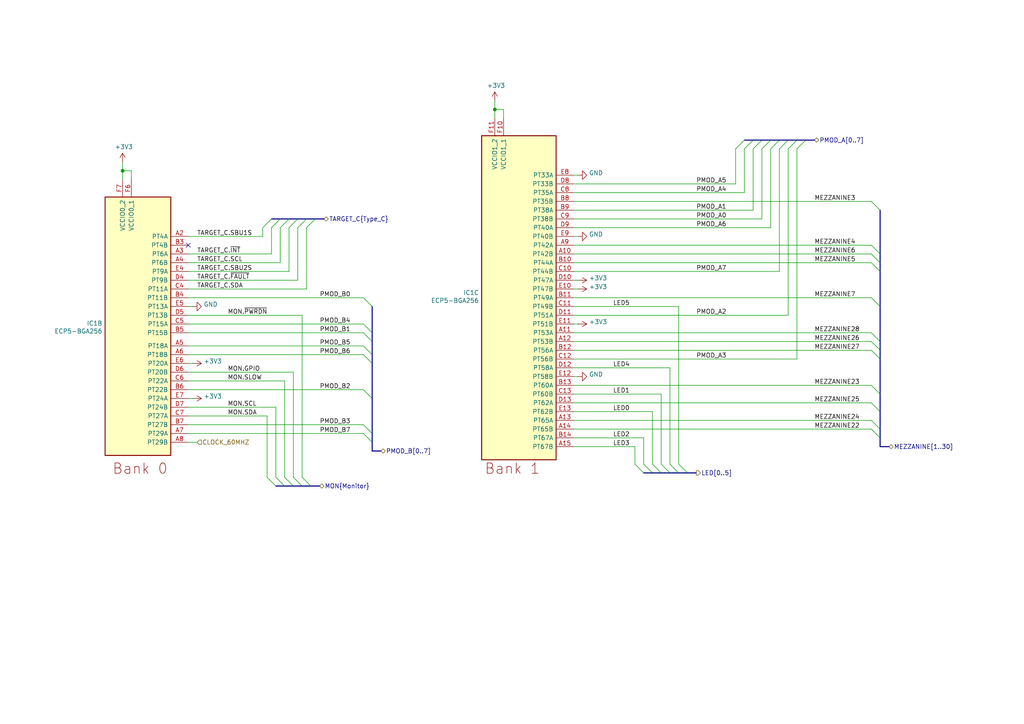
<source format=kicad_sch>
(kicad_sch (version 20231120) (generator "eeschema") (generator_version "8.0")
  (paper "A4")
  (title_block (title "Cynthion") (date "${DATE}") (rev "${VERSION}") (company "Copyright 2019-2023 Great Scott Gadgets") (comment 1 "Licensed under the CERN-OHL-P v2"))
  (lib_symbols
    (symbol "fpgas_and_processors:ECP5-BGA256" (pin_names (offset 0.762))
      (property "Reference" "IC" (at -2.54 1.27 0))
      (property "Value" "ECP5-BGA256" (at 10.16 1.27 0))
      (symbol "ECP5-BGA256_1_0"
        (rectangle (start 5.08 0) (end 33.02 -71.12) (stroke (width 0.3048)) (fill (type background)))
      )
      (symbol "ECP5-BGA256_1_1"
        (text "FPGA Supplies" (at 19.05 -76.2 0) (effects (font (size 2.9972 2.9972))))
        (pin power_in line (at 38.1 -2.54 180) (length 5.08) (name "GND_1") (number "A1"))
        (pin power_in line (at 38.1 -5.08 180) (length 5.08) (name "GND_2") (number "A16"))
        (pin power_in line (at 38.1 -10.16 180) (length 5.08) (name "GND_4") (number "D15"))
        (pin power_in line (at 38.1 -7.62 180) (length 5.08) (name "GND_3") (number "D2"))
        (pin power_in line (at 38.1 -12.7 180) (length 5.08) (name "GND_5") (number "F8"))
        (pin power_in line (at 38.1 -15.24 180) (length 5.08) (name "GND_6") (number "F9"))
        (pin power_in line (at 38.1 -20.32 180) (length 5.08) (name "GND_8") (number "G10"))
        (pin power_in line (at 0 -66.04 0) (length 5.08) (name "VCCAUX_1") (number "G11"))
        (pin power_in line (at 0 -2.54 0) (length 5.08) (name "VCC_1") (number "G6"))
        (pin power_in line (at 0 -5.08 0) (length 5.08) (name "VCC_2") (number "G7"))
        (pin power_in line (at 38.1 -17.78 180) (length 5.08) (name "GND_7") (number "G8"))
        (pin power_in line (at 0 -7.62 0) (length 5.08) (name "VCC_3") (number "G9"))
        (pin power_in line (at 38.1 -22.86 180) (length 5.08) (name "GND_9") (number "H1"))
        (pin power_in line (at 38.1 -30.48 180) (length 5.08) (name "GND_12") (number "H10"))
        (pin power_in line (at 38.1 -33.02 180) (length 5.08) (name "GND_13") (number "H16"))
        (pin power_in line (at 38.1 -25.4 180) (length 5.08) (name "GND_10") (number "H8"))
        (pin power_in line (at 38.1 -27.94 180) (length 5.08) (name "GND_11") (number "H9"))
        (pin power_in line (at 38.1 -40.64 180) (length 5.08) (name "GND_16") (number "J10"))
        (pin power_in line (at 38.1 -35.56 180) (length 5.08) (name "GND_14") (number "J8"))
        (pin power_in line (at 38.1 -38.1 180) (length 5.08) (name "GND_15") (number "J9"))
        (pin power_in line (at 38.1 -53.34 180) (length 5.08) (name "GND_21") (number "K10"))
        (pin power_in line (at 38.1 -43.18 180) (length 5.08) (name "GND_17") (number "K6"))
        (pin power_in line (at 38.1 -45.72 180) (length 5.08) (name "GND_18") (number "K7"))
        (pin power_in line (at 38.1 -48.26 180) (length 5.08) (name "GND_19") (number "K8"))
        (pin power_in line (at 38.1 -50.8 180) (length 5.08) (name "GND_20") (number "K9"))
        (pin power_in line (at 0 -15.24 0) (length 5.08) (name "VCC_6") (number "L10"))
        (pin power_in line (at 0 -68.58 0) (length 5.08) (name "VCCAUX_2") (number "L7"))
        (pin power_in line (at 0 -10.16 0) (length 5.08) (name "VCC_4") (number "L8"))
        (pin power_in line (at 0 -12.7 0) (length 5.08) (name "VCC_5") (number "L9"))
        (pin power_in line (at 38.1 -58.42 180) (length 5.08) (name "GND_23") (number "N15"))
        (pin power_in line (at 38.1 -55.88 180) (length 5.08) (name "GND_22") (number "N2"))
        (pin power_in line (at 38.1 -60.96 180) (length 5.08) (name "GND_24") (number "T1"))
        (pin power_in line (at 38.1 -66.04 180) (length 5.08) (name "GND_26") (number "T12"))
        (pin power_in line (at 38.1 -68.58 180) (length 5.08) (name "GND_27") (number "T16"))
        (pin power_in line (at 38.1 -63.5 180) (length 5.08) (name "GND_25") (number "T5"))
      )
      (symbol "ECP5-BGA256_2_1"
        (rectangle (start 0 0) (end 19.05 -74.93) (stroke (width 0.3048)) (fill (type background)))
        (text "Bank 0" (at 10.16 -78.74 0) (effects (font (size 2.9972 2.9972))))
        (pin bidirectional line (at 24.13 -11.43 180) (length 5.08) (name "PT4A") (number "A2"))
        (pin bidirectional line (at 24.13 -16.51 180) (length 5.08) (name "PT6A") (number "A3"))
        (pin bidirectional line (at 24.13 -19.05 180) (length 5.08) (name "PT6B") (number "A4"))
        (pin bidirectional line (at 24.13 -43.18 180) (length 5.08) (name "PT18A") (number "A5"))
        (pin bidirectional line (at 24.13 -45.72 180) (length 5.08) (name "PT18B") (number "A6"))
        (pin bidirectional line (at 24.13 -68.58 180) (length 5.08) (name "PT29A") (number "A7"))
        (pin bidirectional line (at 24.13 -71.12 180) (length 5.08) (name "PT29B") (number "A8"))
        (pin bidirectional line (at 24.13 -13.97 180) (length 5.08) (name "PT4B") (number "B3"))
        (pin bidirectional line (at 24.13 -29.21 180) (length 5.08) (name "PT11B") (number "B4"))
        (pin bidirectional line (at 24.13 -39.37 180) (length 5.08) (name "PT15B") (number "B5"))
        (pin bidirectional line (at 24.13 -55.88 180) (length 5.08) (name "PT22B") (number "B6"))
        (pin bidirectional line (at 24.13 -66.04 180) (length 5.08) (name "PT27B") (number "B7"))
        (pin bidirectional line (at 24.13 -26.67 180) (length 5.08) (name "PT11A") (number "C4"))
        (pin bidirectional line (at 24.13 -36.83 180) (length 5.08) (name "PT15A") (number "C5"))
        (pin bidirectional line (at 24.13 -53.34 180) (length 5.08) (name "PT22A") (number "C6"))
        (pin bidirectional line (at 24.13 -63.5 180) (length 5.08) (name "PT27A") (number "C7"))
        (pin bidirectional line (at 24.13 -24.13 180) (length 5.08) (name "PT9B") (number "D4"))
        (pin bidirectional line (at 24.13 -34.29 180) (length 5.08) (name "PT13B") (number "D5"))
        (pin bidirectional line (at 24.13 -50.8 180) (length 5.08) (name "PT20B") (number "D6"))
        (pin bidirectional line (at 24.13 -60.96 180) (length 5.08) (name "PT24B") (number "D7"))
        (pin bidirectional line (at 24.13 -21.59 180) (length 5.08) (name "PT9A") (number "E4"))
        (pin bidirectional line (at 24.13 -31.75 180) (length 5.08) (name "PT13A") (number "E5"))
        (pin bidirectional line (at 24.13 -48.26 180) (length 5.08) (name "PT20A") (number "E6"))
        (pin bidirectional line (at 24.13 -58.42 180) (length 5.08) (name "PT24A") (number "E7"))
        (pin power_in line (at 7.62 5.08 270) (length 5.08) (name "VCCIO0_1") (number "F6"))
        (pin power_in line (at 5.08 5.08 270) (length 5.08) (name "VCCIO0_2") (number "F7"))
      )
      (symbol "ECP5-BGA256_3_0"
        (rectangle (start 0 0) (end 21.59 -93.98) (stroke (width 0.3048)) (fill (type background)))
      )
      (symbol "ECP5-BGA256_3_1"
        (text "Bank 1" (at 8.89 -96.52 0) (effects (font (size 2.9972 2.9972))))
        (pin bidirectional line (at 26.67 -34.29 180) (length 5.08) (name "PT42B") (number "A10"))
        (pin bidirectional line (at 26.67 -57.15 180) (length 5.08) (name "PT53A") (number "A11"))
        (pin bidirectional line (at 26.67 -59.69 180) (length 5.08) (name "PT53B") (number "A12"))
        (pin bidirectional line (at 26.67 -82.55 180) (length 5.08) (name "PT65A") (number "A13"))
        (pin bidirectional line (at 26.67 -85.09 180) (length 5.08) (name "PT65B") (number "A14"))
        (pin bidirectional line (at 26.67 -90.17 180) (length 5.08) (name "PT67B") (number "A15"))
        (pin bidirectional line (at 26.67 -31.75 180) (length 5.08) (name "PT42A") (number "A9"))
        (pin bidirectional line (at 26.67 -36.83 180) (length 5.08) (name "PT44A") (number "B10"))
        (pin bidirectional line (at 26.67 -46.99 180) (length 5.08) (name "PT49A") (number "B11"))
        (pin bidirectional line (at 26.67 -62.23 180) (length 5.08) (name "PT56A") (number "B12"))
        (pin bidirectional line (at 26.67 -72.39 180) (length 5.08) (name "PT60A") (number "B13"))
        (pin bidirectional line (at 26.67 -87.63 180) (length 5.08) (name "PT67A") (number "B14"))
        (pin bidirectional line (at 26.67 -19.05 180) (length 5.08) (name "PT35B") (number "B8"))
        (pin bidirectional line (at 26.67 -21.59 180) (length 5.08) (name "PT38A") (number "B9"))
        (pin bidirectional line (at 26.67 -39.37 180) (length 5.08) (name "PT44B") (number "C10"))
        (pin bidirectional line (at 26.67 -49.53 180) (length 5.08) (name "PT49B") (number "C11"))
        (pin bidirectional line (at 26.67 -64.77 180) (length 5.08) (name "PT56B") (number "C12"))
        (pin bidirectional line (at 26.67 -74.93 180) (length 5.08) (name "PT60B") (number "C13"))
        (pin bidirectional line (at 26.67 -16.51 180) (length 5.08) (name "PT35A") (number "C8"))
        (pin bidirectional line (at 26.67 -24.13 180) (length 5.08) (name "PT38B") (number "C9"))
        (pin bidirectional line (at 26.67 -41.91 180) (length 5.08) (name "PT47A") (number "D10"))
        (pin bidirectional line (at 26.67 -52.07 180) (length 5.08) (name "PT51A") (number "D11"))
        (pin bidirectional line (at 26.67 -67.31 180) (length 5.08) (name "PT58A") (number "D12"))
        (pin bidirectional line (at 26.67 -77.47 180) (length 5.08) (name "PT62A") (number "D13"))
        (pin bidirectional line (at 26.67 -13.97 180) (length 5.08) (name "PT33B") (number "D8"))
        (pin bidirectional line (at 26.67 -26.67 180) (length 5.08) (name "PT40A") (number "D9"))
        (pin bidirectional line (at 26.67 -44.45 180) (length 5.08) (name "PT47B") (number "E10"))
        (pin bidirectional line (at 26.67 -54.61 180) (length 5.08) (name "PT51B") (number "E11"))
        (pin bidirectional line (at 26.67 -69.85 180) (length 5.08) (name "PT58B") (number "E12"))
        (pin bidirectional line (at 26.67 -80.01 180) (length 5.08) (name "PT62B") (number "E13"))
        (pin bidirectional line (at 26.67 -11.43 180) (length 5.08) (name "PT33A") (number "E8"))
        (pin bidirectional line (at 26.67 -29.21 180) (length 5.08) (name "PT40B") (number "E9"))
        (pin power_in line (at 6.35 5.08 270) (length 5.08) (name "VCCIO1_1") (number "F10"))
        (pin power_in line (at 3.81 5.08 270) (length 5.08) (name "VCCIO1_2") (number "F11"))
      )
      (symbol "ECP5-BGA256_4_1"
        (rectangle (start 0 0) (end 19.05 -93.98) (stroke (width 0.3048)) (fill (type background)))
        (text "Bank 2" (at 10.16 -97.79 0) (effects (font (size 2.9972 2.9972))))
        (pin bidirectional line (at 24.13 -13.97 180) (length 5.08) (name "PR2B") (number "B15"))
        (pin bidirectional line (at 24.13 -11.43 180) (length 5.08) (name "PR2A") (number "B16"))
        (pin bidirectional line (at 24.13 -16.51 180) (length 5.08) (name "PR2C") (number "C14"))
        (pin bidirectional line (at 24.13 -24.13 180) (length 5.08) (name "PR5B") (number "C15"))
        (pin bidirectional line (at 24.13 -21.59 180) (length 5.08) (name "PR5A") (number "C16"))
        (pin bidirectional line (at 24.13 -19.05 180) (length 5.08) (name "PR2D") (number "D14"))
        (pin bidirectional line (at 24.13 -31.75 180) (length 5.08) (name "PR8A") (number "D16"))
        (pin bidirectional line (at 24.13 -26.67 180) (length 5.08) (name "PR5C") (number "E14"))
        (pin bidirectional line (at 24.13 -34.29 180) (length 5.08) (name "PR8B") (number "E15"))
        (pin bidirectional line (at 24.13 -49.53 180) (length 5.08) (name "PR11D") (number "E16"))
        (pin bidirectional line (at 24.13 -39.37 180) (length 5.08) (name "PR8D") (number "F12"))
        (pin bidirectional line (at 24.13 -36.83 180) (length 5.08) (name "PR8C") (number "F13"))
        (pin bidirectional line (at 24.13 -29.21 180) (length 5.08) (name "PR5D") (number "F14"))
        (pin bidirectional line (at 24.13 -46.99 180) (length 5.08) (name "PR11C") (number "F15"))
        (pin bidirectional line (at 24.13 -52.07 180) (length 5.08) (name "PR14A") (number "F16"))
        (pin bidirectional line (at 24.13 -41.91 180) (length 5.08) (name "PR11A") (number "G12"))
        (pin bidirectional line (at 24.13 -44.45 180) (length 5.08) (name "PR11B") (number "G13"))
        (pin bidirectional line (at 24.13 -57.15 180) (length 5.08) (name "PR14C") (number "G14"))
        (pin bidirectional line (at 24.13 -54.61 180) (length 5.08) (name "PR14B") (number "G15"))
        (pin bidirectional line (at 24.13 -72.39 180) (length 5.08) (name "PR20A") (number "G16"))
        (pin power_in line (at 3.81 5.08 270) (length 5.08) (name "VCCIO2_1") (number "H11"))
        (pin bidirectional line (at 24.13 -62.23 180) (length 5.08) (name "PR17A") (number "H12"))
        (pin bidirectional line (at 24.13 -64.77 180) (length 5.08) (name "PR17B") (number "H13"))
        (pin bidirectional line (at 24.13 -59.69 180) (length 5.08) (name "PR14D") (number "H14"))
        (pin bidirectional line (at 24.13 -74.93 180) (length 5.08) (name "PR20B") (number "H15"))
        (pin power_in line (at 6.35 5.08 270) (length 5.08) (name "VCCIO2_2") (number "J11"))
        (pin bidirectional line (at 24.13 -69.85 180) (length 5.08) (name "PR17D") (number "J12"))
        (pin bidirectional line (at 24.13 -67.31 180) (length 5.08) (name "PR17C") (number "J13"))
        (pin bidirectional line (at 24.13 -77.47 180) (length 5.08) (name "PR20C") (number "J14"))
        (pin bidirectional line (at 24.13 -85.09 180) (length 5.08) (name "PR23B") (number "J15"))
        (pin bidirectional line (at 24.13 -82.55 180) (length 5.08) (name "PR23A") (number "J16"))
        (pin bidirectional line (at 24.13 -80.01 180) (length 5.08) (name "PR20D") (number "K14"))
        (pin bidirectional line (at 24.13 -90.17 180) (length 5.08) (name "PR23D") (number "K15"))
        (pin bidirectional line (at 24.13 -87.63 180) (length 5.08) (name "PR23C") (number "K16"))
      )
      (symbol "ECP5-BGA256_5_0"
        (rectangle (start 0 0) (end 20.32 -91.44) (stroke (width 0.3048)) (fill (type background)))
      )
      (symbol "ECP5-BGA256_5_1"
        (text "Bank 3" (at 15.24 -96.52 0) (effects (font (size 2.9972 2.9972))))
        (pin power_in line (at 3.81 5.08 270) (length 5.08) (name "VCCIO3_1") (number "K11"))
        (pin bidirectional line (at 25.4 -22.86 180) (length 5.08) (name "PR29B") (number "K12"))
        (pin bidirectional line (at 25.4 -20.32 180) (length 5.08) (name "PR29A") (number "K13"))
        (pin power_in line (at 6.35 5.08 270) (length 5.08) (name "VCCIO3_2") (number "L11"))
        (pin bidirectional line (at 25.4 -27.94 180) (length 5.08) (name "PR29D") (number "L12"))
        (pin bidirectional line (at 25.4 -25.4 180) (length 5.08) (name "PR29C") (number "L13"))
        (pin bidirectional line (at 25.4 -35.56 180) (length 5.08) (name "PR32C") (number "L14"))
        (pin bidirectional line (at 25.4 -12.7 180) (length 5.08) (name "PR26B") (number "L15"))
        (pin bidirectional line (at 25.4 -10.16 180) (length 5.08) (name "PR26A") (number "L16"))
        (pin bidirectional line (at 25.4 -81.28 180) (length 5.08) (name "PR47A") (number "M11"))
        (pin bidirectional line (at 25.4 -76.2 180) (length 5.08) (name "PR44C") (number "M12"))
        (pin bidirectional line (at 25.4 -45.72 180) (length 5.08) (name "PR35C") (number "M13"))
        (pin bidirectional line (at 25.4 -38.1 180) (length 5.08) (name "PR32D") (number "M14"))
        (pin bidirectional line (at 25.4 -17.78 180) (length 5.08) (name "PR26D") (number "M15"))
        (pin bidirectional line (at 25.4 -15.24 180) (length 5.08) (name "PR26C") (number "M16"))
        (pin bidirectional line (at 25.4 -83.82 180) (length 5.08) (name "PR47B") (number "N11"))
        (pin bidirectional line (at 25.4 -78.74 180) (length 5.08) (name "PR44D") (number "N12"))
        (pin bidirectional line (at 25.4 -50.8 180) (length 5.08) (name "PR38A") (number "N13"))
        (pin bidirectional line (at 25.4 -48.26 180) (length 5.08) (name "PR35D") (number "N14"))
        (pin bidirectional line (at 25.4 -30.48 180) (length 5.08) (name "PR32A") (number "N16"))
        (pin bidirectional line (at 25.4 -86.36 180) (length 5.08) (name "PR47C") (number "P11"))
        (pin bidirectional line (at 25.4 -88.9 180) (length 5.08) (name "PR47D") (number "P12"))
        (pin bidirectional line (at 25.4 -60.96 180) (length 5.08) (name "PR41A") (number "P13"))
        (pin bidirectional line (at 25.4 -53.34 180) (length 5.08) (name "PR38B") (number "P14"))
        (pin bidirectional line (at 25.4 -33.02 180) (length 5.08) (name "PR32B") (number "P15"))
        (pin bidirectional line (at 25.4 -40.64 180) (length 5.08) (name "PR35A") (number "P16"))
        (pin bidirectional line (at 25.4 -71.12 180) (length 5.08) (name "PR44A") (number "R12"))
        (pin bidirectional line (at 25.4 -66.04 180) (length 5.08) (name "PR41C") (number "R13"))
        (pin bidirectional line (at 25.4 -63.5 180) (length 5.08) (name "PR41B") (number "R14"))
        (pin bidirectional line (at 25.4 -55.88 180) (length 5.08) (name "PR38C") (number "R15"))
        (pin bidirectional line (at 25.4 -43.18 180) (length 5.08) (name "PR35B") (number "R16"))
        (pin bidirectional line (at 25.4 -73.66 180) (length 5.08) (name "PR44B") (number "T13"))
        (pin bidirectional line (at 25.4 -68.58 180) (length 5.08) (name "PR41D") (number "T14"))
        (pin bidirectional line (at 25.4 -58.42 180) (length 5.08) (name "PR38D") (number "T15"))
      )
      (symbol "ECP5-BGA256_6_1"
        (rectangle (start 0 0) (end 19.05 -106.68) (stroke (width 0.3048)) (fill (type background)))
        (text "Bank 6" (at 11.43 -110.49 0) (effects (font (size 2.9972 2.9972))))
        (pin power_in line (at 3.81 5.08 270) (length 5.08) (name "VCCIO6_1") (number "J6"))
        (pin power_in line (at 6.35 5.08 270) (length 5.08) (name "VCCIO6_2") (number "J7"))
        (pin bidirectional line (at 24.13 -25.4 180) (length 5.08) (name "PL29A") (number "K4"))
        (pin bidirectional line (at 24.13 -27.94 180) (length 5.08) (name "PL29B") (number "K5"))
        (pin bidirectional line (at 24.13 -13.97 180) (length 5.08) (name "PL26A") (number "L1"))
        (pin bidirectional line (at 24.13 -16.51 180) (length 5.08) (name "PL26B") (number "L2"))
        (pin bidirectional line (at 24.13 -41.91 180) (length 5.08) (name "PL32C") (number "L3"))
        (pin bidirectional line (at 24.13 -30.48 180) (length 5.08) (name "PL29C") (number "L4"))
        (pin bidirectional line (at 24.13 -33.02 180) (length 5.08) (name "PL29D") (number "L5"))
        (pin bidirectional line (at 24.13 -19.05 180) (length 5.08) (name "PL26C") (number "M1"))
        (pin bidirectional line (at 24.13 -21.59 180) (length 5.08) (name "PL26D") (number "M2"))
        (pin bidirectional line (at 24.13 -44.45 180) (length 5.08) (name "PL32D") (number "M3"))
        (pin bidirectional line (at 24.13 -53.34 180) (length 5.08) (name "PL35C") (number "M4"))
        (pin bidirectional line (at 24.13 -78.74 180) (length 5.08) (name "PL44C") (number "M5"))
        (pin bidirectional line (at 24.13 -96.52 180) (length 5.08) (name "PL47A") (number "M6"))
        (pin bidirectional line (at 24.13 -36.83 180) (length 5.08) (name "PL32A") (number "N1"))
        (pin bidirectional line (at 24.13 -55.88 180) (length 5.08) (name "PL35D") (number "N3"))
        (pin bidirectional line (at 24.13 -60.96 180) (length 5.08) (name "PL38A") (number "N4"))
        (pin bidirectional line (at 24.13 -81.28 180) (length 5.08) (name "PL44D") (number "N5"))
        (pin bidirectional line (at 24.13 -99.06 180) (length 5.08) (name "PL47B") (number "N6"))
        (pin bidirectional line (at 24.13 -48.26 180) (length 5.08) (name "PL35A") (number "P1"))
        (pin bidirectional line (at 24.13 -39.37 180) (length 5.08) (name "PL32B") (number "P2"))
        (pin bidirectional line (at 24.13 -63.5 180) (length 5.08) (name "PL38B") (number "P3"))
        (pin bidirectional line (at 24.13 -85.09 180) (length 5.08) (name "PL41A") (number "P4"))
        (pin bidirectional line (at 24.13 -101.6 180) (length 5.08) (name "PL47D") (number "P5"))
        (pin bidirectional line (at 24.13 -104.14 180) (length 5.08) (name "PL47C") (number "P6"))
        (pin bidirectional line (at 24.13 -50.8 180) (length 5.08) (name "PL35B") (number "R1"))
        (pin bidirectional line (at 24.13 -66.04 180) (length 5.08) (name "PL38C") (number "R2"))
        (pin bidirectional line (at 24.13 -87.63 180) (length 5.08) (name "PL41B") (number "R3"))
        (pin bidirectional line (at 24.13 -90.17 180) (length 5.08) (name "PL41C") (number "R4"))
        (pin bidirectional line (at 24.13 -73.66 180) (length 5.08) (name "PL44A") (number "R5"))
        (pin bidirectional line (at 24.13 -68.58 180) (length 5.08) (name "PL38D") (number "T2"))
        (pin bidirectional line (at 24.13 -92.71 180) (length 5.08) (name "PL41D") (number "T3"))
        (pin bidirectional line (at 24.13 -76.2 180) (length 5.08) (name "PL44B") (number "T4"))
      )
      (symbol "ECP5-BGA256_7_1"
        (rectangle (start 0 0) (end 20.32 -109.22) (stroke (width 0.3048)) (fill (type background)))
        (text "Bank 7" (at 12.7 -113.03 0) (effects (font (size 2.9972 2.9972))))
        (pin bidirectional line (at 25.4 -10.16 180) (length 5.08) (name "PL2A") (number "B1"))
        (pin bidirectional line (at 25.4 -12.7 180) (length 5.08) (name "PL2B") (number "B2"))
        (pin bidirectional line (at 25.4 -22.86 180) (length 5.08) (name "PL5A") (number "C1"))
        (pin bidirectional line (at 25.4 -25.4 180) (length 5.08) (name "PL5B") (number "C2"))
        (pin bidirectional line (at 25.4 -15.24 180) (length 5.08) (name "PL2C") (number "C3"))
        (pin bidirectional line (at 25.4 -35.56 180) (length 5.08) (name "PL8A") (number "D1"))
        (pin bidirectional line (at 25.4 -17.78 180) (length 5.08) (name "PL2D") (number "D3"))
        (pin bidirectional line (at 25.4 -54.61 180) (length 5.08) (name "PL11D") (number "E1"))
        (pin bidirectional line (at 25.4 -38.1 180) (length 5.08) (name "PL8B") (number "E2"))
        (pin bidirectional line (at 25.4 -27.94 180) (length 5.08) (name "PL5C") (number "E3"))
        (pin bidirectional line (at 25.4 -59.69 180) (length 5.08) (name "PL14A") (number "F1"))
        (pin bidirectional line (at 25.4 -52.07 180) (length 5.08) (name "PL11C") (number "F2"))
        (pin bidirectional line (at 25.4 -30.48 180) (length 5.08) (name "PL5D") (number "F3"))
        (pin bidirectional line (at 25.4 -40.64 180) (length 5.08) (name "PL8C") (number "F4"))
        (pin bidirectional line (at 25.4 -43.18 180) (length 5.08) (name "PL8D") (number "F5"))
        (pin bidirectional line (at 25.4 -82.55 180) (length 5.08) (name "PL20A") (number "G1"))
        (pin bidirectional line (at 25.4 -62.23 180) (length 5.08) (name "PL14B") (number "G2"))
        (pin bidirectional line (at 25.4 -64.77 180) (length 5.08) (name "PL14C") (number "G3"))
        (pin bidirectional line (at 25.4 -49.53 180) (length 5.08) (name "PL11B") (number "G4"))
        (pin bidirectional line (at 25.4 -46.99 180) (length 5.08) (name "PL11A") (number "G5"))
        (pin bidirectional line (at 25.4 -85.09 180) (length 5.08) (name "PL20B") (number "H2"))
        (pin bidirectional line (at 25.4 -67.31 180) (length 5.08) (name "PL14D") (number "H3"))
        (pin bidirectional line (at 25.4 -73.66 180) (length 5.08) (name "PL17B") (number "H4"))
        (pin bidirectional line (at 25.4 -71.12 180) (length 5.08) (name "PL17A") (number "H5"))
        (pin power_in line (at 7.62 5.08 270) (length 5.08) (name "VCCIO7_1") (number "H6"))
        (pin power_in line (at 5.08 5.08 270) (length 5.08) (name "VCCIO7_2") (number "H7"))
        (pin bidirectional line (at 25.4 -95.25 180) (length 5.08) (name "PL23A") (number "J1"))
        (pin bidirectional line (at 25.4 -97.79 180) (length 5.08) (name "PL23B") (number "J2"))
        (pin bidirectional line (at 25.4 -87.63 180) (length 5.08) (name "PL20C") (number "J3"))
        (pin bidirectional line (at 25.4 -76.2 180) (length 5.08) (name "PL17C") (number "J4"))
        (pin bidirectional line (at 25.4 -78.74 180) (length 5.08) (name "PL17D") (number "J5"))
        (pin bidirectional line (at 25.4 -100.33 180) (length 5.08) (name "PL23C") (number "K1"))
        (pin bidirectional line (at 25.4 -102.87 180) (length 5.08) (name "PL23D") (number "K2"))
        (pin bidirectional line (at 25.4 -90.17 180) (length 5.08) (name "PL20D") (number "K3"))
      )
      (symbol "ECP5-BGA256_8_0"
        (text "(Config)" (at 13.97 -97.79 0) (effects (font (size 2.9972 2.9972))))
        (text "Bank 8" (at 13.97 -92.71 0) (effects (font (size 2.9972 2.9972))))
      )
      (symbol "ECP5-BGA256_8_1"
        (rectangle (start 0 0) (end 21.59 -88.9) (stroke (width 0.3048)) (fill (type background)))
        (pin power_in line (at 5.08 5.08 270) (length 5.08) (name "VCCIO8") (number "L6"))
        (pin output line (at 26.67 -57.15 180) (length 5.08) (name "TDO") (number "M10"))
        (pin bidirectional line (at 26.67 -24.13 180) (length 5.08) (name "D2/PB9B") (number "M7"))
        (pin bidirectional line (at 26.67 -39.37 180) (length 5.08) (name "DOUT/CSON/PB15B") (number "M8"))
        (pin bidirectional line (at 26.67 -41.91 180) (length 5.08) (name "WRITEEN/PB18A") (number "M9"))
        (pin input line (at 26.67 -68.58 180) (length 5.08) (name "CFG_0") (number "N10"))
        (pin bidirectional line (at 26.67 -21.59 180) (length 5.08) (name "D3/PB9A") (number "N7"))
        (pin bidirectional line (at 26.67 -36.83 180) (length 5.08) (name "HOLDN/DI/PB15A") (number "N8"))
        (pin bidirectional line (at 26.67 -63.5 180) (length 5.08) (name "MCLK/SCLK/CCLK") (number "N9"))
        (pin input line (at 26.67 -71.12 180) (length 5.08) (name "CFG_1") (number "P10"))
        (pin bidirectional line (at 26.67 -19.05 180) (length 5.08) (name "D4/PICO2/PB6B") (number "P7"))
        (pin bidirectional line (at 26.67 -34.29 180) (length 5.08) (name "CS1N/PB13B") (number "P8"))
        (pin bidirectional line (at 26.67 -80.01 180) (length 5.08) (name "DONE") (number "P9"))
        (pin input line (at 26.67 -73.66 180) (length 5.08) (name "CFG_2") (number "R10"))
        (pin input line (at 26.67 -54.61 180) (length 5.08) (name "TDI") (number "R11"))
        (pin bidirectional line (at 26.67 -13.97 180) (length 5.08) (name "D6/PB4B") (number "R6"))
        (pin bidirectional line (at 26.67 -16.51 180) (length 5.08) (name "D5/POCI2/PB6A") (number "R7"))
        (pin bidirectional line (at 26.67 -31.75 180) (length 5.08) (name "SN/CSN/PB13A") (number "R8"))
        (pin bidirectional line (at 26.67 -85.09 180) (length 5.08) (name "PROGRAMN") (number "R9"))
        (pin input line (at 26.67 -52.07 180) (length 5.08) (name "TCK") (number "T10"))
        (pin input line (at 26.67 -49.53 180) (length 5.08) (name "TMS") (number "T11"))
        (pin bidirectional line (at 26.67 -11.43 180) (length 5.08) (name "D7/PB4A") (number "T6"))
        (pin bidirectional line (at 26.67 -26.67 180) (length 5.08) (name "D1/POCI/PB11A") (number "T7"))
        (pin bidirectional line (at 26.67 -29.21 180) (length 5.08) (name "D0/PICO/PB11B") (number "T8"))
        (pin bidirectional line (at 26.67 -82.55 180) (length 5.08) (name "INITN") (number "T9"))
      )
    )
    (symbol "power:+3V3" (power) (pin_names (offset 0))
      (property "Value" "+3V3" (at 0 3.556 0))
      (symbol "+3V3_0_1"
        (polyline (pts (xy -0.762 1.27) (xy 0 2.54)))
        (polyline (pts (xy 0 0) (xy 0 2.54)))
        (polyline (pts (xy 0 2.54) (xy 0.762 1.27)))
      )
      (symbol "+3V3_1_1"
        (pin power_in line (at 0 0 90) (length 0) hide (name "+3V3") (number "1"))
      )
    )
    (symbol "power:GND" (power) (pin_names (offset 0))
      (property "Value" "GND" (at 0 -3.81 0))
      (symbol "GND_0_1"
        (polyline (pts (xy 0 0) (xy 0 -1.27) (xy 1.27 -1.27) (xy 0 -2.54) (xy -1.27 -1.27) (xy 0 -1.27)))
      )
      (symbol "GND_1_1"
        (pin power_in line (at 0 0 270) (length 0) hide (name "GND") (number "1"))
      )
    )
  )
  (junction (at 35.56 49.53))
  (junction (at 143.51 31.75))
  (no_connect (at 54.61 71.12))
  (bus_entry (at 91.44 63.5) (size -2.54 2.54))
  (bus_entry (at 88.9 63.5) (size -2.54 2.54))
  (bus_entry (at 231.14 40.64) (size -2.54 2.54))
  (bus_entry (at 255.27 99.06) (size -2.54 -2.54))
  (bus_entry (at 255.27 60.96) (size -2.54 -2.54))
  (bus_entry (at 186.69 137.16) (size -2.54 -2.54))
  (bus_entry (at 83.82 63.5) (size -2.54 2.54))
  (bus_entry (at 78.74 63.5) (size -2.54 2.54))
  (bus_entry (at 105.41 100.33) (size 2.54 2.54))
  (bus_entry (at 105.41 102.87) (size 2.54 2.54))
  (bus_entry (at 105.41 93.98) (size 2.54 2.54))
  (bus_entry (at 196.85 137.16) (size -2.54 -2.54))
  (bus_entry (at 255.27 76.2) (size -2.54 -2.54))
  (bus_entry (at 255.27 88.9) (size -2.54 -2.54))
  (bus_entry (at 255.27 104.14) (size -2.54 -2.54))
  (bus_entry (at 189.23 137.16) (size -2.54 -2.54))
  (bus_entry (at 233.68 40.64) (size -2.54 2.54))
  (bus_entry (at 226.06 40.64) (size -2.54 2.54))
  (bus_entry (at 90.17 140.97) (size -2.54 -2.54))
  (bus_entry (at 215.9 40.64) (size -2.54 2.54))
  (bus_entry (at 80.01 140.97) (size -2.54 -2.54))
  (bus_entry (at 105.41 125.73) (size 2.54 2.54))
  (bus_entry (at 86.36 63.5) (size -2.54 2.54))
  (bus_entry (at 105.41 96.52) (size 2.54 2.54))
  (bus_entry (at 199.39 137.16) (size -2.54 -2.54))
  (bus_entry (at 220.98 40.64) (size -2.54 2.54))
  (bus_entry (at 255.27 114.3) (size -2.54 -2.54))
  (bus_entry (at 194.31 137.16) (size -2.54 -2.54))
  (bus_entry (at 255.27 73.66) (size -2.54 -2.54))
  (bus_entry (at 105.41 113.03) (size 2.54 2.54))
  (bus_entry (at 81.28 63.5) (size -2.54 2.54))
  (bus_entry (at 85.09 140.97) (size -2.54 -2.54))
  (bus_entry (at 255.27 124.46) (size -2.54 -2.54))
  (bus_entry (at 87.63 140.97) (size -2.54 -2.54))
  (bus_entry (at 105.41 86.36) (size 2.54 2.54))
  (bus_entry (at 255.27 127) (size -2.54 -2.54))
  (bus_entry (at 105.41 123.19) (size 2.54 2.54))
  (bus_entry (at 255.27 101.6) (size -2.54 -2.54))
  (bus_entry (at 191.77 137.16) (size -2.54 -2.54))
  (bus_entry (at 255.27 78.74) (size -2.54 -2.54))
  (bus_entry (at 218.44 40.64) (size -2.54 2.54))
  (bus_entry (at 255.27 119.38) (size -2.54 -2.54))
  (bus_entry (at 228.6 40.64) (size -2.54 2.54))
  (bus_entry (at 223.52 40.64) (size -2.54 2.54))
  (bus_entry (at 82.55 140.97) (size -2.54 -2.54))
  (bus (pts (xy 255.27 101.6) (xy 255.27 104.14)))
  (wire (pts (xy 228.6 43.18) (xy 228.6 91.44)))
  (wire (pts (xy 35.56 52.07) (xy 35.56 49.53)))
  (wire (pts (xy 166.37 50.8) (xy 167.64 50.8)))
  (wire (pts (xy 54.61 107.95) (xy 85.09 107.95)))
  (wire (pts (xy 166.37 76.2) (xy 252.73 76.2)))
  (bus (pts (xy 186.69 137.16) (xy 189.23 137.16)))
  (wire (pts (xy 166.37 101.6) (xy 252.73 101.6)))
  (wire (pts (xy 167.64 83.82) (xy 166.37 83.82)))
  (wire (pts (xy 54.61 78.74) (xy 83.82 78.74)))
  (bus (pts (xy 107.95 125.73) (xy 107.95 128.27)))
  (bus (pts (xy 107.95 96.52) (xy 107.95 99.06)))
  (wire (pts (xy 54.61 100.33) (xy 105.41 100.33)))
  (wire (pts (xy 54.61 68.58) (xy 76.2 68.58)))
  (bus (pts (xy 85.09 140.97) (xy 87.63 140.97)))
  (bus (pts (xy 228.6 40.64) (xy 231.14 40.64)))
  (wire (pts (xy 82.55 110.49) (xy 82.55 138.43)))
  (wire (pts (xy 54.61 81.28) (xy 86.36 81.28)))
  (wire (pts (xy 54.61 110.49) (xy 82.55 110.49)))
  (bus (pts (xy 226.06 40.64) (xy 228.6 40.64)))
  (wire (pts (xy 166.37 86.36) (xy 252.73 86.36)))
  (wire (pts (xy 80.01 118.11) (xy 80.01 138.43)))
  (wire (pts (xy 186.69 127) (xy 186.69 134.62)))
  (wire (pts (xy 166.37 116.84) (xy 252.73 116.84)))
  (wire (pts (xy 166.37 96.52) (xy 252.73 96.52)))
  (bus (pts (xy 218.44 40.64) (xy 220.98 40.64)))
  (wire (pts (xy 76.2 68.58) (xy 76.2 66.04)))
  (wire (pts (xy 88.9 83.82) (xy 54.61 83.82)))
  (wire (pts (xy 166.37 93.98) (xy 167.64 93.98)))
  (wire (pts (xy 83.82 78.74) (xy 83.82 66.04)))
  (wire (pts (xy 166.37 121.92) (xy 252.73 121.92)))
  (wire (pts (xy 226.06 43.18) (xy 226.06 78.74)))
  (wire (pts (xy 78.74 66.04) (xy 78.74 73.66)))
  (bus (pts (xy 107.95 105.41) (xy 107.95 115.57)))
  (bus (pts (xy 255.27 124.46) (xy 255.27 127)))
  (wire (pts (xy 105.41 102.87) (xy 54.61 102.87)))
  (bus (pts (xy 83.82 63.5) (xy 86.36 63.5)))
  (wire (pts (xy 54.61 88.9) (xy 55.88 88.9)))
  (wire (pts (xy 88.9 83.82) (xy 88.9 66.04)))
  (wire (pts (xy 223.52 43.18) (xy 223.52 66.04)))
  (wire (pts (xy 213.36 43.18) (xy 213.36 53.34)))
  (bus (pts (xy 86.36 63.5) (xy 88.9 63.5)))
  (wire (pts (xy 78.74 73.66) (xy 54.61 73.66)))
  (bus (pts (xy 80.01 140.97) (xy 82.55 140.97)))
  (bus (pts (xy 110.49 130.81) (xy 107.95 130.81)))
  (wire (pts (xy 166.37 53.34) (xy 213.36 53.34)))
  (wire (pts (xy 166.37 60.96) (xy 218.44 60.96)))
  (wire (pts (xy 35.56 49.53) (xy 35.56 46.99)))
  (bus (pts (xy 255.27 73.66) (xy 255.27 76.2)))
  (bus (pts (xy 255.27 78.74) (xy 255.27 88.9)))
  (wire (pts (xy 54.61 118.11) (xy 80.01 118.11)))
  (wire (pts (xy 54.61 93.98) (xy 105.41 93.98)))
  (wire (pts (xy 54.61 113.03) (xy 105.41 113.03)))
  (wire (pts (xy 184.15 129.54) (xy 184.15 134.62)))
  (wire (pts (xy 87.63 91.44) (xy 87.63 138.43)))
  (wire (pts (xy 189.23 119.38) (xy 166.37 119.38)))
  (bus (pts (xy 189.23 137.16) (xy 191.77 137.16)))
  (bus (pts (xy 220.98 40.64) (xy 223.52 40.64)))
  (wire (pts (xy 55.88 105.41) (xy 54.61 105.41)))
  (wire (pts (xy 143.51 29.21) (xy 143.51 31.75)))
  (wire (pts (xy 166.37 106.68) (xy 194.31 106.68)))
  (wire (pts (xy 85.09 107.95) (xy 85.09 138.43)))
  (wire (pts (xy 166.37 78.74) (xy 226.06 78.74)))
  (bus (pts (xy 199.39 137.16) (xy 201.93 137.16)))
  (bus (pts (xy 107.95 128.27) (xy 107.95 130.81)))
  (bus (pts (xy 255.27 104.14) (xy 255.27 114.3)))
  (bus (pts (xy 255.27 88.9) (xy 255.27 99.06)))
  (bus (pts (xy 233.68 40.64) (xy 236.22 40.64)))
  (wire (pts (xy 81.28 66.04) (xy 81.28 76.2)))
  (wire (pts (xy 54.61 91.44) (xy 87.63 91.44)))
  (bus (pts (xy 191.77 137.16) (xy 194.31 137.16)))
  (wire (pts (xy 196.85 88.9) (xy 166.37 88.9)))
  (wire (pts (xy 143.51 31.75) (xy 146.05 31.75)))
  (wire (pts (xy 166.37 73.66) (xy 252.73 73.66)))
  (wire (pts (xy 166.37 58.42) (xy 252.73 58.42)))
  (bus (pts (xy 255.27 76.2) (xy 255.27 78.74)))
  (wire (pts (xy 231.14 43.18) (xy 231.14 104.14)))
  (wire (pts (xy 166.37 91.44) (xy 228.6 91.44)))
  (wire (pts (xy 189.23 119.38) (xy 189.23 134.62)))
  (wire (pts (xy 166.37 55.88) (xy 215.9 55.88)))
  (wire (pts (xy 143.51 34.29) (xy 143.51 31.75)))
  (wire (pts (xy 191.77 114.3) (xy 166.37 114.3)))
  (wire (pts (xy 54.61 128.27) (xy 57.15 128.27)))
  (wire (pts (xy 186.69 127) (xy 166.37 127)))
  (wire (pts (xy 54.61 120.65) (xy 77.47 120.65)))
  (wire (pts (xy 166.37 124.46) (xy 252.73 124.46)))
  (bus (pts (xy 78.74 63.5) (xy 81.28 63.5)))
  (bus (pts (xy 196.85 137.16) (xy 199.39 137.16)))
  (wire (pts (xy 166.37 63.5) (xy 220.98 63.5)))
  (wire (pts (xy 166.37 99.06) (xy 252.73 99.06)))
  (wire (pts (xy 35.56 49.53) (xy 38.1 49.53)))
  (wire (pts (xy 166.37 104.14) (xy 231.14 104.14)))
  (bus (pts (xy 255.27 60.96) (xy 255.27 73.66)))
  (wire (pts (xy 81.28 76.2) (xy 54.61 76.2)))
  (wire (pts (xy 166.37 71.12) (xy 252.73 71.12)))
  (bus (pts (xy 88.9 63.5) (xy 91.44 63.5)))
  (bus (pts (xy 107.95 102.87) (xy 107.95 105.41)))
  (bus (pts (xy 81.28 63.5) (xy 83.82 63.5)))
  (wire (pts (xy 146.05 31.75) (xy 146.05 34.29)))
  (bus (pts (xy 215.9 40.64) (xy 218.44 40.64)))
  (wire (pts (xy 105.41 96.52) (xy 54.61 96.52)))
  (wire (pts (xy 77.47 120.65) (xy 77.47 138.43)))
  (wire (pts (xy 86.36 81.28) (xy 86.36 66.04)))
  (wire (pts (xy 166.37 129.54) (xy 184.15 129.54)))
  (bus (pts (xy 255.27 129.54) (xy 257.81 129.54)))
  (bus (pts (xy 231.14 40.64) (xy 233.68 40.64)))
  (bus (pts (xy 107.95 88.9) (xy 107.95 96.52)))
  (bus (pts (xy 255.27 114.3) (xy 255.27 119.38)))
  (wire (pts (xy 166.37 66.04) (xy 223.52 66.04)))
  (bus (pts (xy 255.27 119.38) (xy 255.27 124.46)))
  (bus (pts (xy 194.31 137.16) (xy 196.85 137.16)))
  (wire (pts (xy 166.37 109.22) (xy 167.64 109.22)))
  (bus (pts (xy 107.95 99.06) (xy 107.95 102.87)))
  (wire (pts (xy 54.61 125.73) (xy 105.41 125.73)))
  (wire (pts (xy 38.1 49.53) (xy 38.1 52.07)))
  (wire (pts (xy 191.77 114.3) (xy 191.77 134.62)))
  (wire (pts (xy 166.37 68.58) (xy 167.64 68.58)))
  (wire (pts (xy 54.61 86.36) (xy 105.41 86.36)))
  (bus (pts (xy 255.27 99.06) (xy 255.27 101.6)))
  (wire (pts (xy 215.9 43.18) (xy 215.9 55.88)))
  (bus (pts (xy 91.44 63.5) (xy 93.98 63.5)))
  (wire (pts (xy 196.85 88.9) (xy 196.85 134.62)))
  (bus (pts (xy 255.27 127) (xy 255.27 129.54)))
  (bus (pts (xy 90.17 140.97) (xy 92.71 140.97)))
  (wire (pts (xy 54.61 123.19) (xy 105.41 123.19)))
  (wire (pts (xy 220.98 43.18) (xy 220.98 63.5)))
  (wire (pts (xy 194.31 106.68) (xy 194.31 134.62)))
  (bus (pts (xy 82.55 140.97) (xy 85.09 140.97)))
  (bus (pts (xy 107.95 115.57) (xy 107.95 125.73)))
  (wire (pts (xy 166.37 111.76) (xy 252.73 111.76)))
  (bus (pts (xy 87.63 140.97) (xy 90.17 140.97)))
  (bus (pts (xy 223.52 40.64) (xy 226.06 40.64)))
  (wire (pts (xy 218.44 43.18) (xy 218.44 60.96)))
  (wire (pts (xy 167.64 81.28) (xy 166.37 81.28)))
  (wire (pts (xy 54.61 115.57) (xy 55.88 115.57)))
  (label "MEZZANINE4" (at 236.22 71.12 0))
  (label "TARGET_C.~{FAULT}" (at 57.15 81.28 0))
  (label "TARGET_C.SBU2S" (at 57.15 78.74 0))
  (label "TARGET_C.SDA" (at 57.15 83.82 0))
  (label "MON.SLOW" (at 66.04 110.49 0))
  (label "MEZZANINE28" (at 236.22 96.52 0))
  (label "PMOD_A4" (at 201.93 55.88 0))
  (label "LED4" (at 177.8 106.68 0))
  (label "PMOD_B3" (at 92.71 123.19 0))
  (label "TARGET_C.SCL" (at 57.15 76.2 0))
  (label "PMOD_B0" (at 92.71 86.36 0))
  (label "MEZZANINE3" (at 236.22 58.42 0))
  (label "MEZZANINE25" (at 236.22 116.84 0))
  (label "PMOD_B6" (at 92.71 102.87 0))
  (label "MON.SCL" (at 66.04 118.11 0))
  (label "PMOD_A6" (at 201.93 66.04 0))
  (label "PMOD_A2" (at 201.93 91.44 0))
  (label "PMOD_A0" (at 201.93 63.5 0))
  (label "PMOD_B2" (at 92.71 113.03 0))
  (label "PMOD_B7" (at 92.71 125.73 0))
  (label "MEZZANINE26" (at 236.22 99.06 0))
  (label "MEZZANINE23" (at 236.22 111.76 0))
  (label "MON.GPIO" (at 66.04 107.95 0))
  (label "MEZZANINE22" (at 236.22 124.46 0))
  (label "LED2" (at 177.8 127 0))
  (label "MEZZANINE6" (at 236.22 73.66 0))
  (label "LED3" (at 177.8 129.54 0))
  (label "PMOD_B4" (at 92.71 93.98 0))
  (label "MEZZANINE7" (at 236.22 86.36 0))
  (label "PMOD_A1" (at 201.93 60.96 0))
  (label "MON.SDA" (at 66.04 120.65 0))
  (label "MON.~{PWRDN}" (at 66.04 91.44 0))
  (label "PMOD_A3" (at 201.93 104.14 0))
  (label "MEZZANINE27" (at 236.22 101.6 0))
  (label "PMOD_B5" (at 92.71 100.33 0))
  (label "TARGET_C.~{INT}" (at 57.15 73.66 0))
  (label "MEZZANINE5" (at 236.22 76.2 0))
  (label "PMOD_A5" (at 201.93 53.34 0))
  (label "PMOD_A7" (at 201.93 78.74 0))
  (label "LED0" (at 177.8 119.38 0))
  (label "LED1" (at 177.8 114.3 0))
  (label "PMOD_B1" (at 92.71 96.52 0))
  (label "LED5" (at 177.8 88.9 0))
  (label "TARGET_C.SBU1S" (at 57.15 68.58 0))
  (label "MEZZANINE24" (at 236.22 121.92 0))
  (hierarchical_label "LED[0..5]" (shape output) (at 201.93 137.16 0))
  (hierarchical_label "CLOCK_60MHZ" (shape input) (at 57.15 128.27 0))
  (hierarchical_label "PMOD_A[0..7]" (shape bidirectional) (at 236.22 40.64 0))
  (hierarchical_label "MEZZANINE[1..30]" (shape bidirectional) (at 257.81 129.54 0))
  (hierarchical_label "PMOD_B[0..7]" (shape bidirectional) (at 110.49 130.81 0))
  (hierarchical_label "MON{Monitor}" (shape bidirectional) (at 92.71 140.97 0))
  (hierarchical_label "TARGET_C{Type_C}" (shape bidirectional) (at 93.98 63.5 0))
  (symbol (lib_id "fpgas_and_processors:ECP5-BGA256") (at 30.48 57.15 0) (unit 2)
    (property "Reference" "IC1" (at 29.718 93.7768 0) (effects (justify right)))
    (property "Value" "ECP5-BGA256" (at 29.718 96.0628 0) (effects (justify right)))
    (property "Footprint" "cynthion:lattice_cabga256" (effects (hide yes)))
    (property "Description" "FPGA - Field Programmable Gate Array ECP5; 12k LUTs; 1.1V" (effects (hide yes)))
    (property "Manufacturer" "Lattice" (effects (hide yes)))
    (property "Part Number" "LFE5U-12F-6BG256C" (effects (hide yes)))
    (property "Substitution" "LFE5U-12F-*BG256*, LFE5U-25F-*BG256*" (effects (hide yes)))
  )
  (symbol (lib_id "power:+3V3") (at 35.56 46.99 0) (unit 1)
    (property "Reference" "#PWR0105" (effects (hide yes)))
    (property "Value" "+3V3" (at 35.9156 42.5958 0))
  )
  (symbol (lib_id "fpgas_and_processors:ECP5-BGA256") (at 139.7 39.37 0) (unit 3)
    (property "Reference" "IC1" (at 138.938 84.8868 0) (effects (justify right)))
    (property "Value" "ECP5-BGA256" (at 138.938 87.1728 0) (effects (justify right)))
    (property "Footprint" "cynthion:lattice_cabga256" (effects (hide yes)))
    (property "Description" "FPGA - Field Programmable Gate Array ECP5; 12k LUTs; 1.1V" (effects (hide yes)))
    (property "Manufacturer" "Lattice" (effects (hide yes)))
    (property "Part Number" "LFE5U-12F-6BG256C" (effects (hide yes)))
    (property "Substitution" "LFE5U-12F-*BG256*, LFE5U-25F-*BG256*" (effects (hide yes)))
  )
  (symbol (lib_id "power:+3V3") (at 167.64 83.82 270) (unit 1)
    (property "Reference" "#PWR0228" (effects (hide yes)))
    (property "Value" "+3V3" (at 170.815 83.185 90) (effects (justify left)))
  )
  (symbol (lib_id "power:+3V3") (at 143.51 29.21 0) (unit 1)
    (property "Reference" "#PWR0175" (effects (hide yes)))
    (property "Value" "+3V3" (at 143.8656 24.8158 0))
  )
  (symbol (lib_id "power:GND") (at 167.64 50.8 90) (unit 1)
    (property "Reference" "#PWR0224" (effects (hide yes)))
    (property "Value" "GND" (at 170.815 50.165 90) (effects (justify right)))
  )
  (symbol (lib_id "power:GND") (at 167.64 68.58 90) (unit 1)
    (property "Reference" "#PWR0225" (effects (hide yes)))
    (property "Value" "GND" (at 170.815 67.945 90) (effects (justify right)))
  )
  (symbol (lib_id "power:+3V3") (at 55.88 115.57 270) (unit 1)
    (property "Reference" "#PWR0222" (effects (hide yes)))
    (property "Value" "+3V3" (at 59.055 114.935 90) (effects (justify left)))
  )
  (symbol (lib_id "power:+3V3") (at 55.88 105.41 270) (unit 1)
    (property "Reference" "#PWR0223" (effects (hide yes)))
    (property "Value" "+3V3" (at 59.055 104.775 90) (effects (justify left)))
  )
  (symbol (lib_id "power:GND") (at 55.88 88.9 90) (unit 1)
    (property "Reference" "#PWR0226" (effects (hide yes)))
    (property "Value" "GND" (at 59.055 88.265 90) (effects (justify right)))
  )
  (symbol (lib_id "power:GND") (at 167.64 109.22 90) (unit 1)
    (property "Reference" "#PWR0232" (effects (hide yes)))
    (property "Value" "GND" (at 170.815 108.585 90) (effects (justify right)))
  )
  (symbol (lib_id "power:+3V3") (at 167.64 93.98 270) (unit 1)
    (property "Reference" "#PWR0231" (effects (hide yes)))
    (property "Value" "+3V3" (at 170.815 93.345 90) (effects (justify left)))
  )
  (symbol (lib_id "power:+3V3") (at 167.64 81.28 270) (unit 1)
    (property "Reference" "#PWR0227" (effects (hide yes)))
    (property "Value" "+3V3" (at 170.815 80.645 90) (effects (justify left)))
  )
)
</source>
